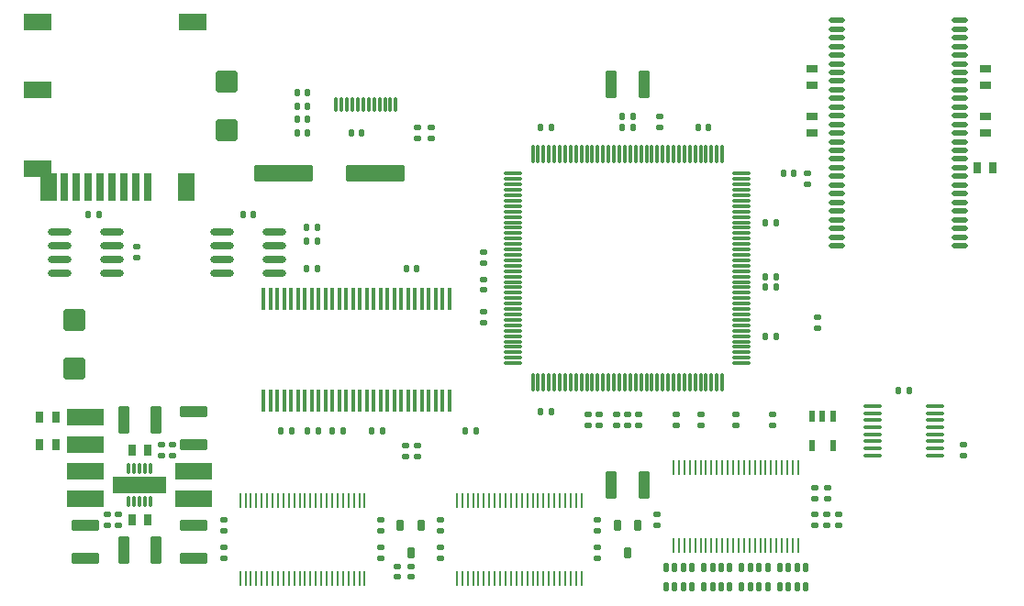
<source format=gbr>
%TF.GenerationSoftware,Altium Limited,Altium Designer,23.10.1 (27)*%
G04 Layer_Color=8421504*
%FSLAX45Y45*%
%MOMM*%
%TF.SameCoordinates,E65562DB-48BA-4528-A783-DBC4A45482EB*%
%TF.FilePolarity,Positive*%
%TF.FileFunction,Paste,Top*%
%TF.Part,Single*%
G01*
G75*
%TA.AperFunction,SMDPad,CuDef*%
G04:AMPARAMS|DCode=13|XSize=5.5mm|YSize=1.5mm|CornerRadius=0.1875mm|HoleSize=0mm|Usage=FLASHONLY|Rotation=0.000|XOffset=0mm|YOffset=0mm|HoleType=Round|Shape=RoundedRectangle|*
%AMROUNDEDRECTD13*
21,1,5.50000,1.12500,0,0,0.0*
21,1,5.12500,1.50000,0,0,0.0*
1,1,0.37500,2.56250,-0.56250*
1,1,0.37500,-2.56250,-0.56250*
1,1,0.37500,-2.56250,0.56250*
1,1,0.37500,2.56250,0.56250*
%
%ADD13ROUNDEDRECTD13*%
%ADD14O,0.25000X1.50000*%
%ADD15O,2.20000X0.60000*%
%ADD16O,1.80000X0.30000*%
%ADD17O,0.30000X1.80000*%
%ADD18R,5.00000X1.50000*%
G04:AMPARAMS|DCode=19|XSize=0.28mm|YSize=1mm|CornerRadius=0.07mm|HoleSize=0mm|Usage=FLASHONLY|Rotation=0.000|XOffset=0mm|YOffset=0mm|HoleType=Round|Shape=RoundedRectangle|*
%AMROUNDEDRECTD19*
21,1,0.28000,0.86000,0,0,0.0*
21,1,0.14000,1.00000,0,0,0.0*
1,1,0.14000,0.07000,-0.43000*
1,1,0.14000,-0.07000,-0.43000*
1,1,0.14000,-0.07000,0.43000*
1,1,0.14000,0.07000,0.43000*
%
%ADD19ROUNDEDRECTD19*%
G04:AMPARAMS|DCode=20|XSize=1mm|YSize=0.6mm|CornerRadius=0.075mm|HoleSize=0mm|Usage=FLASHONLY|Rotation=270.000|XOffset=0mm|YOffset=0mm|HoleType=Round|Shape=RoundedRectangle|*
%AMROUNDEDRECTD20*
21,1,1.00000,0.45000,0,0,270.0*
21,1,0.85000,0.60000,0,0,270.0*
1,1,0.15000,-0.22500,-0.42500*
1,1,0.15000,-0.22500,0.42500*
1,1,0.15000,0.22500,0.42500*
1,1,0.15000,0.22500,-0.42500*
%
%ADD20ROUNDEDRECTD20*%
%ADD22O,1.70000X0.35000*%
G04:AMPARAMS|DCode=23|XSize=0.5mm|YSize=0.6mm|CornerRadius=0.0625mm|HoleSize=0mm|Usage=FLASHONLY|Rotation=0.000|XOffset=0mm|YOffset=0mm|HoleType=Round|Shape=RoundedRectangle|*
%AMROUNDEDRECTD23*
21,1,0.50000,0.47500,0,0,0.0*
21,1,0.37500,0.60000,0,0,0.0*
1,1,0.12500,0.18750,-0.23750*
1,1,0.12500,-0.18750,-0.23750*
1,1,0.12500,-0.18750,0.23750*
1,1,0.12500,0.18750,0.23750*
%
%ADD23ROUNDEDRECTD23*%
G04:AMPARAMS|DCode=24|XSize=0.5mm|YSize=0.6mm|CornerRadius=0.0625mm|HoleSize=0mm|Usage=FLASHONLY|Rotation=270.000|XOffset=0mm|YOffset=0mm|HoleType=Round|Shape=RoundedRectangle|*
%AMROUNDEDRECTD24*
21,1,0.50000,0.47500,0,0,270.0*
21,1,0.37500,0.60000,0,0,270.0*
1,1,0.12500,-0.23750,-0.18750*
1,1,0.12500,-0.23750,0.18750*
1,1,0.12500,0.23750,0.18750*
1,1,0.12500,0.23750,-0.18750*
%
%ADD24ROUNDEDRECTD24*%
%ADD25O,0.40000X2.05000*%
G04:AMPARAMS|DCode=26|XSize=1mm|YSize=2.6mm|CornerRadius=0.125mm|HoleSize=0mm|Usage=FLASHONLY|Rotation=270.000|XOffset=0mm|YOffset=0mm|HoleType=Round|Shape=RoundedRectangle|*
%AMROUNDEDRECTD26*
21,1,1.00000,2.35000,0,0,270.0*
21,1,0.75000,2.60000,0,0,270.0*
1,1,0.25000,-1.17500,-0.37500*
1,1,0.25000,-1.17500,0.37500*
1,1,0.25000,1.17500,0.37500*
1,1,0.25000,1.17500,-0.37500*
%
%ADD26ROUNDEDRECTD26*%
G04:AMPARAMS|DCode=27|XSize=1mm|YSize=2.6mm|CornerRadius=0.125mm|HoleSize=0mm|Usage=FLASHONLY|Rotation=0.000|XOffset=0mm|YOffset=0mm|HoleType=Round|Shape=RoundedRectangle|*
%AMROUNDEDRECTD27*
21,1,1.00000,2.35000,0,0,0.0*
21,1,0.75000,2.60000,0,0,0.0*
1,1,0.25000,0.37500,-1.17500*
1,1,0.25000,-0.37500,-1.17500*
1,1,0.25000,-0.37500,1.17500*
1,1,0.25000,0.37500,1.17500*
%
%ADD27ROUNDEDRECTD27*%
G04:AMPARAMS|DCode=28|XSize=0.75mm|YSize=1mm|CornerRadius=0.09375mm|HoleSize=0mm|Usage=FLASHONLY|Rotation=0.000|XOffset=0mm|YOffset=0mm|HoleType=Round|Shape=RoundedRectangle|*
%AMROUNDEDRECTD28*
21,1,0.75000,0.81250,0,0,0.0*
21,1,0.56250,1.00000,0,0,0.0*
1,1,0.18750,0.28125,-0.40625*
1,1,0.18750,-0.28125,-0.40625*
1,1,0.18750,-0.28125,0.40625*
1,1,0.18750,0.28125,0.40625*
%
%ADD28ROUNDEDRECTD28*%
G04:AMPARAMS|DCode=29|XSize=0.75mm|YSize=1mm|CornerRadius=0.09375mm|HoleSize=0mm|Usage=FLASHONLY|Rotation=270.000|XOffset=0mm|YOffset=0mm|HoleType=Round|Shape=RoundedRectangle|*
%AMROUNDEDRECTD29*
21,1,0.75000,0.81250,0,0,270.0*
21,1,0.56250,1.00000,0,0,270.0*
1,1,0.18750,-0.40625,-0.28125*
1,1,0.18750,-0.40625,0.28125*
1,1,0.18750,0.40625,0.28125*
1,1,0.18750,0.40625,-0.28125*
%
%ADD29ROUNDEDRECTD29*%
G04:AMPARAMS|DCode=30|XSize=0.8mm|YSize=0.5mm|CornerRadius=0.0625mm|HoleSize=0mm|Usage=FLASHONLY|Rotation=270.000|XOffset=0mm|YOffset=0mm|HoleType=Round|Shape=RoundedRectangle|*
%AMROUNDEDRECTD30*
21,1,0.80000,0.37500,0,0,270.0*
21,1,0.67500,0.50000,0,0,270.0*
1,1,0.12500,-0.18750,-0.33750*
1,1,0.12500,-0.18750,0.33750*
1,1,0.12500,0.18750,0.33750*
1,1,0.12500,0.18750,-0.33750*
%
%ADD30ROUNDEDRECTD30*%
%TA.AperFunction,ConnectorPad*%
%ADD31O,0.30000X1.50000*%
%TA.AperFunction,SMDPad,CuDef*%
G04:AMPARAMS|DCode=32|XSize=3.4mm|YSize=1.5mm|CornerRadius=0.075mm|HoleSize=0mm|Usage=FLASHONLY|Rotation=0.000|XOffset=0mm|YOffset=0mm|HoleType=Round|Shape=RoundedRectangle|*
%AMROUNDEDRECTD32*
21,1,3.40000,1.35000,0,0,0.0*
21,1,3.25000,1.50000,0,0,0.0*
1,1,0.15000,1.62500,-0.67500*
1,1,0.15000,-1.62500,-0.67500*
1,1,0.15000,-1.62500,0.67500*
1,1,0.15000,1.62500,0.67500*
%
%ADD32ROUNDEDRECTD32*%
G04:AMPARAMS|DCode=33|XSize=2mm|YSize=2mm|CornerRadius=0.25mm|HoleSize=0mm|Usage=FLASHONLY|Rotation=270.000|XOffset=0mm|YOffset=0mm|HoleType=Round|Shape=RoundedRectangle|*
%AMROUNDEDRECTD33*
21,1,2.00000,1.50000,0,0,270.0*
21,1,1.50000,2.00000,0,0,270.0*
1,1,0.50000,-0.75000,-0.75000*
1,1,0.50000,-0.75000,0.75000*
1,1,0.50000,0.75000,0.75000*
1,1,0.50000,0.75000,-0.75000*
%
%ADD33ROUNDEDRECTD33*%
%ADD34R,1.50000X2.50000*%
%ADD35R,2.50000X1.50000*%
%ADD36R,2.50000X1.50000*%
%ADD37R,0.80000X2.50000*%
%ADD38R,1.50000X2.50000*%
%ADD39R,0.60000X1.00000*%
%ADD40O,1.50000X0.55000*%
D13*
X-3175000Y875000D02*
D03*
X-2325000D02*
D03*
D14*
X-3575000Y-2860000D02*
D03*
X-3525000D02*
D03*
X-3475000D02*
D03*
X-3425000D02*
D03*
X-3375000D02*
D03*
X-3325000D02*
D03*
X-3275000D02*
D03*
X-3225000D02*
D03*
X-3175000D02*
D03*
X-3125000D02*
D03*
X-3075000D02*
D03*
X-3025000D02*
D03*
X-2975000D02*
D03*
X-2925000D02*
D03*
X-2875000D02*
D03*
X-2825000D02*
D03*
X-2775000D02*
D03*
X-2725000D02*
D03*
X-2675000D02*
D03*
X-2625000D02*
D03*
X-2575000D02*
D03*
X-2525000D02*
D03*
X-2475000D02*
D03*
X-2425000D02*
D03*
X-3575000Y-2140000D02*
D03*
X-3525000D02*
D03*
X-3475000D02*
D03*
X-3425000D02*
D03*
X-3375000D02*
D03*
X-3325000D02*
D03*
X-3275000D02*
D03*
X-3225000D02*
D03*
X-3175000D02*
D03*
X-3125000D02*
D03*
X-3075000D02*
D03*
X-3025000D02*
D03*
X-2975000D02*
D03*
X-2925000D02*
D03*
X-2875000D02*
D03*
X-2825000D02*
D03*
X-2775000D02*
D03*
X-2725000D02*
D03*
X-2675000D02*
D03*
X-2625000D02*
D03*
X-2575000D02*
D03*
X-2525000D02*
D03*
X-2475000D02*
D03*
X-2425000D02*
D03*
X-1575000Y-2860000D02*
D03*
X-1525000D02*
D03*
X-1475000D02*
D03*
X-1425000D02*
D03*
X-1375000D02*
D03*
X-1325000D02*
D03*
X-1275000D02*
D03*
X-1225000D02*
D03*
X-1175000D02*
D03*
X-1125000D02*
D03*
X-1075000D02*
D03*
X-1025000D02*
D03*
X-975000D02*
D03*
X-925000D02*
D03*
X-875000D02*
D03*
X-825000D02*
D03*
X-775000D02*
D03*
X-725000D02*
D03*
X-675000D02*
D03*
X-625000D02*
D03*
X-575000D02*
D03*
X-525000D02*
D03*
X-475000D02*
D03*
X-425000D02*
D03*
X-1575000Y-2140000D02*
D03*
X-1525000D02*
D03*
X-1475000D02*
D03*
X-1425000D02*
D03*
X-1375000D02*
D03*
X-1325000D02*
D03*
X-1275000D02*
D03*
X-1225000D02*
D03*
X-1175000D02*
D03*
X-1125000D02*
D03*
X-1075000D02*
D03*
X-1025000D02*
D03*
X-975000D02*
D03*
X-925000D02*
D03*
X-875000D02*
D03*
X-825000D02*
D03*
X-775000D02*
D03*
X-725000D02*
D03*
X-675000D02*
D03*
X-625000D02*
D03*
X-575000D02*
D03*
X-525000D02*
D03*
X-475000D02*
D03*
X-425000D02*
D03*
X425000Y-2560000D02*
D03*
X475000D02*
D03*
X525000D02*
D03*
X575000D02*
D03*
X625000D02*
D03*
X675000D02*
D03*
X725000D02*
D03*
X775000D02*
D03*
X825000D02*
D03*
X875000D02*
D03*
X925000D02*
D03*
X975000D02*
D03*
X1025000D02*
D03*
X1075000D02*
D03*
X1125000D02*
D03*
X1175000D02*
D03*
X1225000D02*
D03*
X1275000D02*
D03*
X1325000D02*
D03*
X1375000D02*
D03*
X1425000D02*
D03*
X1475000D02*
D03*
X1525000D02*
D03*
X1575000D02*
D03*
X425000Y-1840000D02*
D03*
X475000D02*
D03*
X525000D02*
D03*
X575000D02*
D03*
X625000D02*
D03*
X675000D02*
D03*
X725000D02*
D03*
X775000D02*
D03*
X825000D02*
D03*
X875000D02*
D03*
X925000D02*
D03*
X975000D02*
D03*
X1025000D02*
D03*
X1075000D02*
D03*
X1125000D02*
D03*
X1175000D02*
D03*
X1225000D02*
D03*
X1275000D02*
D03*
X1325000D02*
D03*
X1375000D02*
D03*
X1425000D02*
D03*
X1475000D02*
D03*
X1525000D02*
D03*
X1575000D02*
D03*
D15*
X-3740000Y340500D02*
D03*
Y213500D02*
D03*
Y86500D02*
D03*
Y-40500D02*
D03*
X-3260000Y340500D02*
D03*
Y213500D02*
D03*
Y86500D02*
D03*
Y-40500D02*
D03*
X-4760000Y-40500D02*
D03*
Y86500D02*
D03*
Y213500D02*
D03*
Y340500D02*
D03*
X-5240000Y-40500D02*
D03*
Y86500D02*
D03*
Y213500D02*
D03*
Y340500D02*
D03*
D16*
X-1055000Y-875000D02*
D03*
X-1055000Y-825000D02*
D03*
Y-775000D02*
D03*
Y-725000D02*
D03*
Y-675000D02*
D03*
Y-625000D02*
D03*
X-1055000Y-575000D02*
D03*
Y-525000D02*
D03*
X-1055000Y-475000D02*
D03*
Y-425000D02*
D03*
Y-375000D02*
D03*
Y-325000D02*
D03*
Y-275000D02*
D03*
X-1055000Y-225000D02*
D03*
Y-175000D02*
D03*
X-1055000Y-125000D02*
D03*
Y-75000D02*
D03*
Y-25000D02*
D03*
Y25000D02*
D03*
Y75000D02*
D03*
Y125000D02*
D03*
Y175000D02*
D03*
Y225000D02*
D03*
Y275000D02*
D03*
Y325000D02*
D03*
Y375000D02*
D03*
X-1055000Y425000D02*
D03*
Y475000D02*
D03*
Y525000D02*
D03*
X-1055000Y575000D02*
D03*
Y625000D02*
D03*
Y675000D02*
D03*
Y725000D02*
D03*
Y775000D02*
D03*
X-1055000Y825000D02*
D03*
Y875000D02*
D03*
X1055000D02*
D03*
Y825000D02*
D03*
Y775000D02*
D03*
Y725000D02*
D03*
Y675000D02*
D03*
Y625000D02*
D03*
Y575000D02*
D03*
Y525000D02*
D03*
Y475000D02*
D03*
Y425000D02*
D03*
Y375000D02*
D03*
X1055000Y325000D02*
D03*
X1055000Y275000D02*
D03*
Y225000D02*
D03*
Y175000D02*
D03*
Y125000D02*
D03*
Y75000D02*
D03*
Y25000D02*
D03*
X1055000Y-25000D02*
D03*
Y-75000D02*
D03*
X1055000Y-125000D02*
D03*
Y-175000D02*
D03*
Y-225000D02*
D03*
Y-275000D02*
D03*
Y-325000D02*
D03*
Y-375000D02*
D03*
Y-425000D02*
D03*
Y-475000D02*
D03*
Y-525000D02*
D03*
Y-575000D02*
D03*
Y-625000D02*
D03*
Y-675000D02*
D03*
Y-725000D02*
D03*
Y-775000D02*
D03*
Y-825000D02*
D03*
Y-875000D02*
D03*
D17*
X-875000Y1055000D02*
D03*
X-825000Y1055000D02*
D03*
X-775000D02*
D03*
X-725000Y1055000D02*
D03*
X-675000D02*
D03*
X-625000D02*
D03*
X-575000D02*
D03*
X-525000D02*
D03*
X-475000Y1055000D02*
D03*
X-425000D02*
D03*
X-375000D02*
D03*
X-325000Y1055000D02*
D03*
X-275000D02*
D03*
X-225000D02*
D03*
X-175000D02*
D03*
X-125000D02*
D03*
X-75000D02*
D03*
X-25000D02*
D03*
X25000D02*
D03*
X75000D02*
D03*
X125000D02*
D03*
X175000Y1055000D02*
D03*
X225000D02*
D03*
X275000D02*
D03*
X325000Y1055000D02*
D03*
X375000D02*
D03*
X425000D02*
D03*
X475000D02*
D03*
X525000D02*
D03*
X575000Y1055000D02*
D03*
X625000D02*
D03*
X675000Y1055000D02*
D03*
X725000D02*
D03*
X775000D02*
D03*
X825000D02*
D03*
X875000D02*
D03*
Y-1055000D02*
D03*
X825000D02*
D03*
X775000Y-1055000D02*
D03*
X725000Y-1055000D02*
D03*
X675000D02*
D03*
X625000D02*
D03*
X575000D02*
D03*
X525000D02*
D03*
X475000D02*
D03*
X425000D02*
D03*
X375000D02*
D03*
X325000D02*
D03*
X275000D02*
D03*
X225000D02*
D03*
X175000D02*
D03*
X125000Y-1055000D02*
D03*
X75000D02*
D03*
X25000D02*
D03*
X-25000Y-1055000D02*
D03*
X-75000D02*
D03*
X-125000D02*
D03*
X-175000D02*
D03*
X-225000D02*
D03*
X-275000Y-1055000D02*
D03*
X-325000D02*
D03*
X-375000Y-1055000D02*
D03*
X-425000D02*
D03*
X-475000D02*
D03*
X-525000D02*
D03*
X-575000D02*
D03*
X-625000D02*
D03*
X-675000D02*
D03*
X-725000D02*
D03*
X-775000D02*
D03*
X-825000D02*
D03*
X-875001D02*
D03*
D18*
X-4500000Y-2000000D02*
D03*
D19*
X-4601600Y-1847600D02*
D03*
X-4550800D02*
D03*
X-4500000D02*
D03*
X-4449200D02*
D03*
X-4398400D02*
D03*
Y-2152400D02*
D03*
X-4449200D02*
D03*
X-4500000D02*
D03*
X-4550800D02*
D03*
X-4601600D02*
D03*
D20*
X-1905000Y-2375000D02*
D03*
X-2095000D02*
D03*
X-2000000Y-2625000D02*
D03*
X95000Y-2375000D02*
D03*
X-95000D02*
D03*
X0Y-2625000D02*
D03*
D22*
X2265000Y-1272500D02*
D03*
Y-1337500D02*
D03*
Y-1402500D02*
D03*
Y-1467500D02*
D03*
Y-1532500D02*
D03*
Y-1597500D02*
D03*
Y-1662500D02*
D03*
Y-1727500D02*
D03*
X2835000Y-1272500D02*
D03*
Y-1337500D02*
D03*
Y-1402500D02*
D03*
Y-1467500D02*
D03*
Y-1532500D02*
D03*
Y-1597500D02*
D03*
Y-1662500D02*
D03*
Y-1727500D02*
D03*
D23*
X-2962734Y250016D02*
D03*
X-2862734D02*
D03*
X-3049984Y1500016D02*
D03*
X-2949984D02*
D03*
X-2950016Y1624984D02*
D03*
X-3050016D02*
D03*
X2500000Y-1125000D02*
D03*
X2599991Y-1125000D02*
D03*
X-3450000Y500000D02*
D03*
X-3549992Y500000D02*
D03*
X-3100000Y-1500000D02*
D03*
X-3199992Y-1500000D02*
D03*
X-2850000Y-1500000D02*
D03*
X-2949992Y-1500000D02*
D03*
X-2962750Y0D02*
D03*
X-2862759Y-0D02*
D03*
X-2862750Y375000D02*
D03*
X-2962742Y375000D02*
D03*
X-3050000Y1375000D02*
D03*
X-2950009Y1375000D02*
D03*
X-3050000Y1250000D02*
D03*
X-2950009Y1250000D02*
D03*
X-2725000Y-1500000D02*
D03*
X-2625009Y-1500000D02*
D03*
X-2450000Y1250000D02*
D03*
X-2549992Y1250000D02*
D03*
X-2260000Y-1500000D02*
D03*
X-2359992Y-1500000D02*
D03*
X-1942000Y-0D02*
D03*
X-2041992Y0D02*
D03*
X-1500000Y-1500000D02*
D03*
X-1400009Y-1500000D02*
D03*
X-800000Y-1325000D02*
D03*
X-700009Y-1325000D02*
D03*
X-700000Y1300000D02*
D03*
X-799992Y1300000D02*
D03*
X-50000D02*
D03*
X49992Y1300000D02*
D03*
X50000Y1400000D02*
D03*
X-49992Y1400000D02*
D03*
X750000Y1300000D02*
D03*
X650008Y1300000D02*
D03*
X1375000Y-625000D02*
D03*
X1275008Y-625000D02*
D03*
X1275000Y-75000D02*
D03*
X1374991Y-75000D02*
D03*
X1275000Y-175000D02*
D03*
X1374991Y-175000D02*
D03*
X1275000Y425000D02*
D03*
X1374991Y425000D02*
D03*
X1536785Y874984D02*
D03*
X1436785D02*
D03*
X-4875009Y500000D02*
D03*
X-4975000Y500000D02*
D03*
D24*
X1661817Y874984D02*
D03*
Y774984D02*
D03*
X-4199984Y-1625016D02*
D03*
Y-1725016D02*
D03*
X-4799984Y-2275016D02*
D03*
Y-2375016D02*
D03*
X-4699984Y-2275016D02*
D03*
Y-2375016D02*
D03*
X-1933984Y-1640016D02*
D03*
Y-1740016D02*
D03*
X-2049984Y-1640016D02*
D03*
Y-1740016D02*
D03*
X1750016Y-450016D02*
D03*
Y-550016D02*
D03*
X-2125016Y-2849984D02*
D03*
Y-2749984D02*
D03*
X-2000000Y-2850000D02*
D03*
Y-2750000D02*
D03*
X-3725000Y-2425000D02*
D03*
X-3725000Y-2325009D02*
D03*
X-2275000Y-2425000D02*
D03*
X-2275000Y-2325009D02*
D03*
X-1725000Y-2425000D02*
D03*
X-1725000Y-2325009D02*
D03*
X-1325000Y-500000D02*
D03*
X-1325000Y-400009D02*
D03*
X-1325000Y-200000D02*
D03*
X-1325000Y-100009D02*
D03*
X-1325000Y50000D02*
D03*
X-1325000Y149991D02*
D03*
X-275000Y-2425000D02*
D03*
X-275000Y-2325009D02*
D03*
X100000Y-1450000D02*
D03*
X100000Y-1350008D02*
D03*
X1000000Y-1449992D02*
D03*
X1000000Y-1350000D02*
D03*
X1850000Y-2025000D02*
D03*
X1850000Y-2124991D02*
D03*
X-3725000Y-2575000D02*
D03*
X-3725000Y-2674992D02*
D03*
X-2275000Y-2575000D02*
D03*
X-2275000Y-2674992D02*
D03*
X-1725000Y-2575000D02*
D03*
X-1725000Y-2674992D02*
D03*
X-275000Y-2575000D02*
D03*
X-275000Y-2674992D02*
D03*
X-100000Y-1350000D02*
D03*
X-100000Y-1449992D02*
D03*
X0Y-1350000D02*
D03*
X-1Y-1449992D02*
D03*
X275000Y-2275000D02*
D03*
X275000Y-2374991D02*
D03*
X1724999D02*
D03*
X1725000Y-2275000D02*
D03*
X450000Y-1350000D02*
D03*
X450000Y-1449992D02*
D03*
X675000Y-1350000D02*
D03*
X675000Y-1449992D02*
D03*
X300000Y1300000D02*
D03*
X300000Y1399992D02*
D03*
X1725000Y-2025000D02*
D03*
X1725000Y-2124991D02*
D03*
X-1938183Y1299984D02*
D03*
Y1199984D02*
D03*
X-1813215Y1200016D02*
D03*
Y1300016D02*
D03*
X-4300016Y-1624984D02*
D03*
Y-1724984D02*
D03*
X-4526817Y200016D02*
D03*
Y100016D02*
D03*
X3100016Y-1725016D02*
D03*
Y-1625016D02*
D03*
X-263215Y-1349984D02*
D03*
Y-1449984D02*
D03*
X-363215Y-1349984D02*
D03*
Y-1449984D02*
D03*
X1336785Y-1349984D02*
D03*
Y-1449984D02*
D03*
X1948554Y-2274984D02*
D03*
Y-2374984D02*
D03*
X1836769Y-2275000D02*
D03*
Y-2375000D02*
D03*
D25*
X-3357250Y-1217500D02*
D03*
X-3293750D02*
D03*
X-3230250D02*
D03*
X-3166750D02*
D03*
X-3103250D02*
D03*
X-3039750D02*
D03*
X-2976250D02*
D03*
X-2912750Y-1217500D02*
D03*
X-2849250Y-1217500D02*
D03*
X-2785750D02*
D03*
X-2722250Y-1217500D02*
D03*
X-2658750Y-1217500D02*
D03*
X-2595250D02*
D03*
X-2531750D02*
D03*
X-2468250D02*
D03*
X-2404750D02*
D03*
X-2341250D02*
D03*
X-2277750Y-1217500D02*
D03*
X-2214250Y-1217500D02*
D03*
X-2150750D02*
D03*
X-2087250Y-1217500D02*
D03*
X-2023750Y-1217500D02*
D03*
X-1960250D02*
D03*
X-1896750D02*
D03*
X-1833250D02*
D03*
X-1769750D02*
D03*
X-1706250D02*
D03*
X-1642750D02*
D03*
X-3357250Y-282500D02*
D03*
X-3293750D02*
D03*
X-3230250D02*
D03*
X-3166750D02*
D03*
X-3103250D02*
D03*
X-3039750D02*
D03*
X-2976250D02*
D03*
X-2912750Y-282500D02*
D03*
X-2849250Y-282500D02*
D03*
X-2785750D02*
D03*
X-2722250Y-282500D02*
D03*
X-2658750Y-282500D02*
D03*
X-2595250D02*
D03*
X-2531750D02*
D03*
X-2468250D02*
D03*
X-2404750D02*
D03*
X-2341250D02*
D03*
X-2277750Y-282500D02*
D03*
X-2214250Y-282500D02*
D03*
X-2150750D02*
D03*
X-2087250Y-282500D02*
D03*
X-2023750Y-282500D02*
D03*
X-1960250D02*
D03*
X-1896750D02*
D03*
X-1833250D02*
D03*
X-1769750D02*
D03*
X-1706250D02*
D03*
X-1642750D02*
D03*
D26*
X-4000000Y-1325000D02*
D03*
Y-1625000D02*
D03*
X-4999999Y-2675000D02*
D03*
Y-2375000D02*
D03*
X-4000000Y-2675000D02*
D03*
Y-2375000D02*
D03*
D27*
X-4650000Y-2600000D02*
D03*
X-4350000D02*
D03*
X-149979Y1699999D02*
D03*
X150021D02*
D03*
X-150000Y-2000001D02*
D03*
X150000D02*
D03*
X-4350000Y-1400001D02*
D03*
X-4650000D02*
D03*
D28*
X-5275016Y-1625000D02*
D03*
X-5425016D02*
D03*
X-5275016Y-1375000D02*
D03*
X-5425016D02*
D03*
X-4574984Y-2325000D02*
D03*
X-4424984D02*
D03*
X-4574984Y-1675000D02*
D03*
X-4424984D02*
D03*
X3225016Y930000D02*
D03*
X3375016D02*
D03*
D29*
X1700000Y1255016D02*
D03*
Y1405016D02*
D03*
X3300000Y1404984D02*
D03*
Y1254984D02*
D03*
Y1844984D02*
D03*
Y1694984D02*
D03*
X1700000Y1695016D02*
D03*
Y1845016D02*
D03*
D30*
X945000Y-2760000D02*
D03*
X865000D02*
D03*
X785000D02*
D03*
X705000D02*
D03*
Y-2940000D02*
D03*
X785000D02*
D03*
X865000D02*
D03*
X945000D02*
D03*
X595000Y-2760000D02*
D03*
X515000D02*
D03*
X435000D02*
D03*
X355000D02*
D03*
Y-2940000D02*
D03*
X435000D02*
D03*
X515000D02*
D03*
X595000D02*
D03*
X1295000Y-2760000D02*
D03*
X1215000D02*
D03*
X1135000D02*
D03*
X1055000D02*
D03*
Y-2940000D02*
D03*
X1135000D02*
D03*
X1215000D02*
D03*
X1295000D02*
D03*
X1645000Y-2760000D02*
D03*
X1565000D02*
D03*
X1485000D02*
D03*
X1405000D02*
D03*
Y-2940000D02*
D03*
X1485000D02*
D03*
X1565000D02*
D03*
X1645000D02*
D03*
D31*
X-2188199Y1512300D02*
D03*
X-2138199D02*
D03*
X-2388199D02*
D03*
X-2338199D02*
D03*
X-2288199D02*
D03*
X-2238199D02*
D03*
X-2588199D02*
D03*
X-2538199D02*
D03*
X-2488199D02*
D03*
X-2438199D02*
D03*
X-2688199D02*
D03*
X-2638199D02*
D03*
D32*
X-4000000Y-2125000D02*
D03*
Y-1875000D02*
D03*
X-5000000Y-2125000D02*
D03*
Y-1875000D02*
D03*
Y-1375000D02*
D03*
Y-1625000D02*
D03*
D33*
X-5100000Y-475000D02*
D03*
Y-925000D02*
D03*
X-3700000Y1275000D02*
D03*
Y1725000D02*
D03*
D34*
X-4075000Y750000D02*
D03*
D35*
X-4015000Y2275000D02*
D03*
X-5440000Y925000D02*
D03*
D36*
Y1650000D02*
D03*
Y2275000D02*
D03*
D37*
X-4425000Y750000D02*
D03*
X-5195000D02*
D03*
X-5085000D02*
D03*
X-4975000D02*
D03*
X-4865000D02*
D03*
X-4755000D02*
D03*
X-4645000D02*
D03*
X-4535000D02*
D03*
D38*
X-5340000D02*
D03*
D39*
X1895000Y-1362500D02*
D03*
X1800000D02*
D03*
X1705000D02*
D03*
Y-1637500D02*
D03*
X1895000D02*
D03*
D40*
X3065000Y210000D02*
D03*
Y290000D02*
D03*
Y370000D02*
D03*
Y450000D02*
D03*
Y530000D02*
D03*
Y610000D02*
D03*
X3065000Y690000D02*
D03*
Y770000D02*
D03*
X3065000Y850000D02*
D03*
Y930000D02*
D03*
Y1010000D02*
D03*
Y1090000D02*
D03*
X3065000Y1170000D02*
D03*
Y1250000D02*
D03*
X3065000Y1330000D02*
D03*
Y1410000D02*
D03*
Y1490000D02*
D03*
Y1570000D02*
D03*
Y1650000D02*
D03*
X3065000Y1730000D02*
D03*
X3065000Y1810000D02*
D03*
Y1890000D02*
D03*
Y1970000D02*
D03*
Y2050000D02*
D03*
Y2130000D02*
D03*
Y2210000D02*
D03*
Y2290000D02*
D03*
X1935000Y210000D02*
D03*
Y290000D02*
D03*
Y370000D02*
D03*
Y450000D02*
D03*
Y530000D02*
D03*
Y610000D02*
D03*
Y690000D02*
D03*
Y770000D02*
D03*
Y850000D02*
D03*
Y930000D02*
D03*
Y1010000D02*
D03*
Y1090000D02*
D03*
Y1170000D02*
D03*
Y1250000D02*
D03*
Y1330000D02*
D03*
Y1410000D02*
D03*
Y1490000D02*
D03*
Y1570000D02*
D03*
Y1650000D02*
D03*
Y1730000D02*
D03*
Y1810000D02*
D03*
Y1890000D02*
D03*
Y1970000D02*
D03*
Y2050000D02*
D03*
Y2130000D02*
D03*
Y2210000D02*
D03*
Y2290000D02*
D03*
%TF.MD5,5a96083623b24b279361e41829565e7c*%
M02*

</source>
